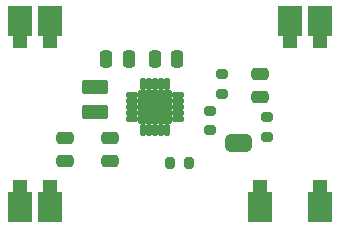
<source format=gbr>
%TF.GenerationSoftware,KiCad,Pcbnew,9.0.1+dfsg-1*%
%TF.CreationDate,2025-05-01T11:01:48+02:00*%
%TF.ProjectId,high-efficiency_dc-dc_converter,68696768-2d65-4666-9669-6369656e6379,rev?*%
%TF.SameCoordinates,Original*%
%TF.FileFunction,Soldermask,Top*%
%TF.FilePolarity,Negative*%
%FSLAX46Y46*%
G04 Gerber Fmt 4.6, Leading zero omitted, Abs format (unit mm)*
G04 Created by KiCad (PCBNEW 9.0.1+dfsg-1) date 2025-05-01 11:01:48*
%MOMM*%
%LPD*%
G01*
G04 APERTURE LIST*
G04 Aperture macros list*
%AMRoundRect*
0 Rectangle with rounded corners*
0 $1 Rounding radius*
0 $2 $3 $4 $5 $6 $7 $8 $9 X,Y pos of 4 corners*
0 Add a 4 corners polygon primitive as box body*
4,1,4,$2,$3,$4,$5,$6,$7,$8,$9,$2,$3,0*
0 Add four circle primitives for the rounded corners*
1,1,$1+$1,$2,$3*
1,1,$1+$1,$4,$5*
1,1,$1+$1,$6,$7*
1,1,$1+$1,$8,$9*
0 Add four rect primitives between the rounded corners*
20,1,$1+$1,$2,$3,$4,$5,0*
20,1,$1+$1,$4,$5,$6,$7,0*
20,1,$1+$1,$6,$7,$8,$9,0*
20,1,$1+$1,$8,$9,$2,$3,0*%
%AMFreePoly0*
4,1,23,0.500000,-0.750000,0.000000,-0.750000,0.000000,-0.745722,-0.065263,-0.745722,-0.191342,-0.711940,-0.304381,-0.646677,-0.396677,-0.554381,-0.461940,-0.441342,-0.495722,-0.315263,-0.495722,-0.250000,-0.500000,-0.250000,-0.500000,0.250000,-0.495722,0.250000,-0.495722,0.315263,-0.461940,0.441342,-0.396677,0.554381,-0.304381,0.646677,-0.191342,0.711940,-0.065263,0.745722,0.000000,0.745722,
0.000000,0.750000,0.500000,0.750000,0.500000,-0.750000,0.500000,-0.750000,$1*%
%AMFreePoly1*
4,1,23,0.000000,0.745722,0.065263,0.745722,0.191342,0.711940,0.304381,0.646677,0.396677,0.554381,0.461940,0.441342,0.495722,0.315263,0.495722,0.250000,0.500000,0.250000,0.500000,-0.250000,0.495722,-0.250000,0.495722,-0.315263,0.461940,-0.441342,0.396677,-0.554381,0.304381,-0.646677,0.191342,-0.711940,0.065263,-0.745722,0.000000,-0.745722,0.000000,-0.750000,-0.500000,-0.750000,
-0.500000,0.750000,0.000000,0.750000,0.000000,0.745722,0.000000,0.745722,$1*%
G04 Aperture macros list end*
%ADD10RoundRect,0.250000X0.475000X-0.250000X0.475000X0.250000X-0.475000X0.250000X-0.475000X-0.250000X0*%
%ADD11RoundRect,0.200000X-0.275000X0.200000X-0.275000X-0.200000X0.275000X-0.200000X0.275000X0.200000X0*%
%ADD12RoundRect,0.059250X-0.457750X-0.177750X0.457750X-0.177750X0.457750X0.177750X-0.457750X0.177750X0*%
%ADD13RoundRect,0.059250X-0.177750X-0.457750X0.177750X-0.457750X0.177750X0.457750X-0.177750X0.457750X0*%
%ADD14RoundRect,0.102000X-1.320000X-1.320000X1.320000X-1.320000X1.320000X1.320000X-1.320000X1.320000X0*%
%ADD15RoundRect,0.250000X0.250000X0.475000X-0.250000X0.475000X-0.250000X-0.475000X0.250000X-0.475000X0*%
%ADD16FreePoly0,0.000000*%
%ADD17FreePoly1,0.000000*%
%ADD18RoundRect,0.250000X-0.250000X-0.475000X0.250000X-0.475000X0.250000X0.475000X-0.250000X0.475000X0*%
%ADD19RoundRect,0.200000X-0.200000X-0.275000X0.200000X-0.275000X0.200000X0.275000X-0.200000X0.275000X0*%
%ADD20RoundRect,0.250000X0.850000X-0.375000X0.850000X0.375000X-0.850000X0.375000X-0.850000X-0.375000X0*%
%ADD21RoundRect,0.250000X-0.475000X0.250000X-0.475000X-0.250000X0.475000X-0.250000X0.475000X0.250000X0*%
%ADD22R,2.000000X2.540000*%
%ADD23RoundRect,0.250000X-0.375000X0.375000X-0.375000X-0.375000X0.375000X-0.375000X0.375000X0.375000X0*%
G04 APERTURE END LIST*
%TO.C,JP1*%
G36*
X69170000Y-42500000D02*
G01*
X69470000Y-42500000D01*
X69470000Y-44000000D01*
X69170000Y-44000000D01*
X69170000Y-42500000D01*
G37*
%TD*%
D10*
%TO.C,C5*%
X58420000Y-44765000D03*
X58420000Y-42865000D03*
%TD*%
D11*
%TO.C,R5*%
X71755000Y-41085000D03*
X71755000Y-42735000D03*
%TD*%
D12*
%TO.C,U1*%
X60300000Y-39245000D03*
X60300000Y-39745000D03*
X60300000Y-40245000D03*
X60300000Y-40745000D03*
X60300000Y-41245000D03*
D13*
X61235000Y-42180000D03*
X61735000Y-42180000D03*
X62235000Y-42180000D03*
X62735000Y-42180000D03*
X63235000Y-42180000D03*
D12*
X64170000Y-41245000D03*
X64170000Y-40745000D03*
X64170000Y-40245000D03*
X64170000Y-39745000D03*
X64170000Y-39245000D03*
D13*
X63235000Y-38310000D03*
X62735000Y-38310000D03*
X62235000Y-38310000D03*
X61735000Y-38310000D03*
X61235000Y-38310000D03*
D14*
X62235000Y-40245000D03*
%TD*%
D10*
%TO.C,C1*%
X54610000Y-44765000D03*
X54610000Y-42865000D03*
%TD*%
D15*
%TO.C,C2*%
X60005000Y-36195000D03*
X58105000Y-36195000D03*
%TD*%
D16*
%TO.C,JP1*%
X68670000Y-43250000D03*
D17*
X69970000Y-43250000D03*
%TD*%
D11*
%TO.C,R2*%
X66880000Y-40525000D03*
X66880000Y-42175000D03*
%TD*%
D18*
%TO.C,C4*%
X62230000Y-36195000D03*
X64130000Y-36195000D03*
%TD*%
D19*
%TO.C,R4*%
X63475000Y-44960000D03*
X65125000Y-44960000D03*
%TD*%
D11*
%TO.C,R1*%
X67945000Y-37465000D03*
X67945000Y-39115000D03*
%TD*%
D20*
%TO.C,L1*%
X57150000Y-40640000D03*
X57150000Y-38490000D03*
%TD*%
D21*
%TO.C,C3*%
X71120000Y-37465000D03*
X71120000Y-39365000D03*
%TD*%
D22*
%TO.C,M1*%
X76200000Y-48655000D03*
D23*
X76200000Y-46955000D03*
D22*
X71120000Y-48655000D03*
D23*
X71120000Y-46955000D03*
D22*
X53340000Y-48655000D03*
D23*
X53340000Y-46955000D03*
D22*
X50800000Y-48655000D03*
D23*
X50800000Y-46955000D03*
X76200000Y-34615000D03*
D22*
X76200000Y-32915000D03*
D23*
X73660000Y-34615000D03*
D22*
X73660000Y-32915000D03*
D23*
X53340000Y-34615000D03*
D22*
X53340000Y-32915000D03*
D23*
X50800000Y-34615000D03*
D22*
X50800000Y-32915000D03*
%TD*%
M02*

</source>
